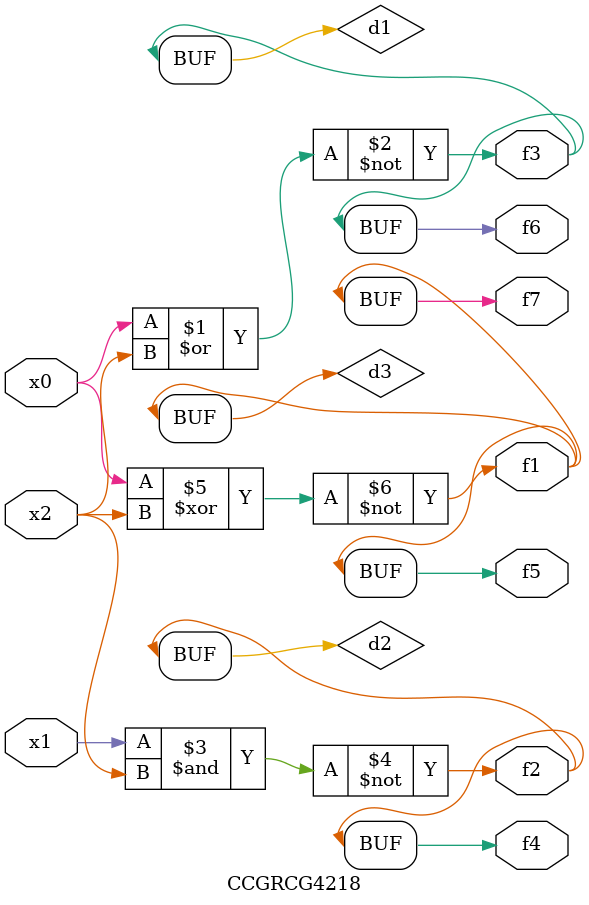
<source format=v>
module CCGRCG4218(
	input x0, x1, x2,
	output f1, f2, f3, f4, f5, f6, f7
);

	wire d1, d2, d3;

	nor (d1, x0, x2);
	nand (d2, x1, x2);
	xnor (d3, x0, x2);
	assign f1 = d3;
	assign f2 = d2;
	assign f3 = d1;
	assign f4 = d2;
	assign f5 = d3;
	assign f6 = d1;
	assign f7 = d3;
endmodule

</source>
